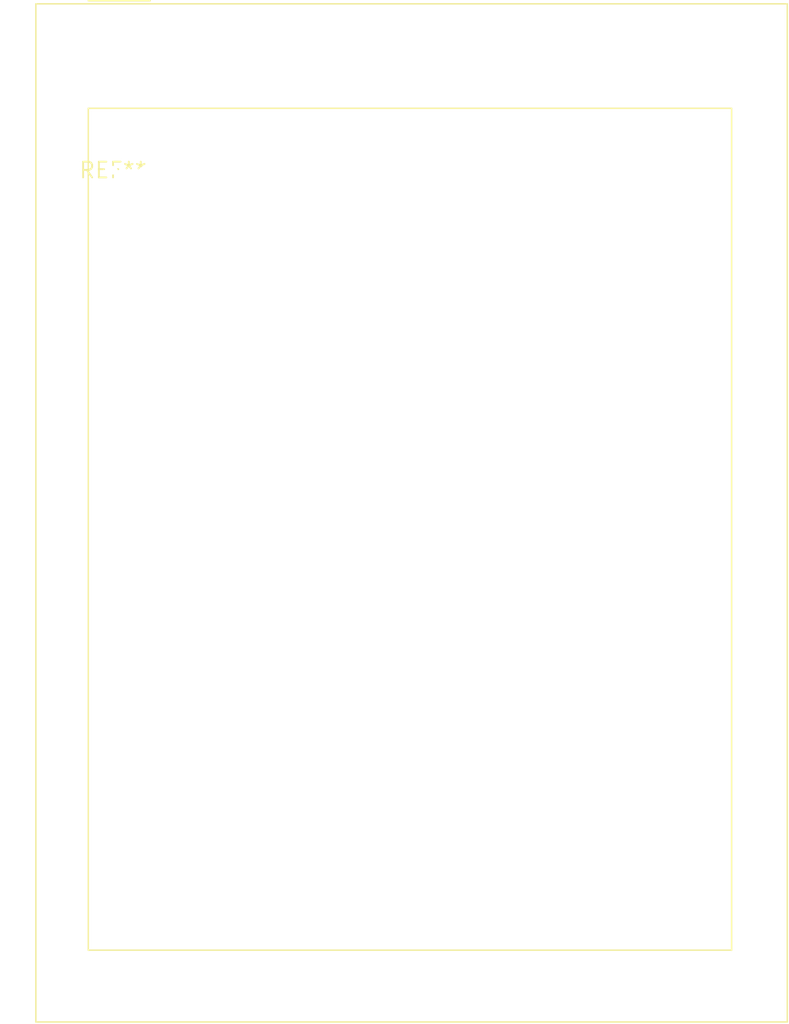
<source format=kicad_pcb>
(kicad_pcb (version 20240108) (generator pcbnew)
  (layers (0 "F.Cu" signal) (31 "B.Cu" signal) (34 "B.Paste" user) (35 "F.Paste" user) (36 "B.SilkS" user "B.Silkscreen") (37 "F.SilkS" user "F.Silkscreen") (38 "B.Mask" user) (39 "F.Mask" user) (44 "Edge.Cuts" user))
  (net 0 "")
  (footprint "EA_eDIPTFT32-XXX" (layer "F.Cu") (at 0 0)
    (property "Reference" "REF**")
    (property "Value" "EA_eDIPTFT32-XXX")
    (fp_line (start -6.24 -13.44) (end -6.24 68.8) (layer "F.SilkS") (stroke (width 0.12)))
    (fp_line (start -6.24 68.8) (end 54.5 68.8) (layer "F.SilkS") (stroke (width 0.12)))
    (fp_line (start -2 -5) (end -2 63) (layer "F.SilkS") (stroke (width 0.12)))
    (fp_line (start -2 63) (end 50 63) (layer "F.SilkS") (stroke (width 0.12)))
    (fp_line (start 3 -13.69) (end -2 -13.69) (layer "F.SilkS") (stroke (width 0.12)))
    (fp_line (start 50 -5) (end -2 -5) (layer "F.SilkS") (stroke (width 0.12)))
    (fp_line (start 50 63) (end 50 -5) (layer "F.SilkS") (stroke (width 0.12)))
    (fp_line (start 54.5 -13.44) (end -6.24 -13.44) (layer "F.SilkS") (stroke (width 0.12)))
    (fp_line (start 54.5 68.8) (end 54.5 -13.44) (layer "F.SilkS") (stroke (width 0.12)))
    (pad "1" thru_hole rect (at 0 0) (size 1.524 1.524) (drill 0.7) (layers *.Cu *.Mask) (remove_unused_layers))
    (pad "2" thru_hole circle (at 2.54 0 90) (size 1.524 1.524) (drill 0.7) (layers *.Cu *.Mask) (remove_unused_layers))
    (pad "3" thru_hole circle (at 5.08 0 90) (size 1.524 1.524) (drill 0.7) (layers *.Cu *.Mask) (remove_unused_layers))
    (pad "4" thru_hole circle (at 7.62 0 90) (size 1.524 1.524) (drill 0.7) (layers *.Cu *.Mask) (remove_unused_layers))
    (pad "5" thru_hole circle (at 10.16 0 90) (size 1.524 1.524) (drill 0.7) (layers *.Cu *.Mask) (remove_unused_layers))
    (pad "6" thru_hole circle (at 12.7 0 90) (size 1.524 1.524) (drill 0.7) (layers *.Cu *.Mask) (remove_unused_layers))
    (pad "7" thru_hole circle (at 15.24 0 90) (size 1.524 1.524) (drill 0.7) (layers *.Cu *.Mask) (remove_unused_layers))
    (pad "8" thru_hole circle (at 17.78 0 90) (size 1.524 1.524) (drill 0.7) (layers *.Cu *.Mask) (remove_unused_layers))
    (pad "9" thru_hole circle (at 20.32 0 90) (size 1.524 1.524) (drill 0.7) (layers *.Cu *.Mask) (remove_unused_layers))
    (pad "10" thru_hole circle (at 22.86 0 90) (size 1.524 1.524) (drill 0.7) (layers *.Cu *.Mask) (remove_unused_layers))
    (pad "11" thru_hole circle (at 25.4 0 90) (size 1.524 1.524) (drill 0.7) (layers *.Cu *.Mask) (remove_unused_layers))
    (pad "12" thru_hole circle (at 27.94 0 90) (size 1.524 1.524) (drill 0.7) (layers *.Cu *.Mask) (remove_unused_layers))
    (pad "13" thru_hole circle (at 30.48 0 90) (size 1.524 1.524) (drill 0.7) (layers *.Cu *.Mask) (remove_unused_layers))
    (pad "14" thru_hole circle (at 33.02 0 90) (size 1.524 1.524) (drill 0.7) (layers *.Cu *.Mask) (remove_unused_layers))
    (pad "15" thru_hole circle (at 35.56 0 90) (size 1.524 1.524) (drill 0.7) (layers *.Cu *.Mask) (remove_unused_layers))
    (pad "16" thru_hole circle (at 38.1 0 90) (size 1.524 1.524) (drill 0.7) (layers *.Cu *.Mask) (remove_unused_layers))
    (pad "17" thru_hole circle (at 40.64 0 90) (size 1.524 1.524) (drill 0.7) (layers *.Cu *.Mask) (remove_unused_layers))
    (pad "18" thru_hole circle (at 43.18 0 90) (size 1.524 1.524) (drill 0.7) (layers *.Cu *.Mask) (remove_unused_layers))
    (pad "19" thru_hole circle (at 45.72 0 90) (size 1.524 1.524) (drill 0.7) (layers *.Cu *.Mask) (remove_unused_layers))
    (pad "20" thru_hole circle (at 48.26 0 90) (size 1.524 1.524) (drill 0.7) (layers *.Cu *.Mask) (remove_unused_layers))
    (pad "21" thru_hole circle (at 48.26 60.96 90) (size 1.524 1.524) (drill 0.7) (layers *.Cu *.Mask) (remove_unused_layers))
    (pad "22" thru_hole circle (at 45.72 60.96 90) (size 1.524 1.524) (drill 0.7) (layers *.Cu *.Mask) (remove_unused_layers))
    (pad "23" thru_hole circle (at 43.18 60.96 90) (size 1.524 1.524) (drill 0.7) (layers *.Cu *.Mask) (remove_unused_layers))
    (pad "24" thru_hole circle (at 40.64 60.96 90) (size 1.524 1.524) (drill 0.7) (layers *.Cu *.Mask) (remove_unused_layers))
    (pad "25" thru_hole circle (at 38.1 60.96 90) (size 1.524 1.524) (drill 0.7) (layers *.Cu *.Mask) (remove_unused_layers))
    (pad "26" thru_hole circle (at 35.56 60.96 90) (size 1.524 1.524) (drill 0.7) (layers *.Cu *.Mask) (remove_unused_layers))
    (pad "27" thru_hole circle (at 33.02 60.96 90) (size 1.524 1.524) (drill 0.7) (layers *.Cu *.Mask) (remove_unused_layers))
    (pad "28" thru_hole circle (at 30.48 60.96 90) (size 1.524 1.524) (drill 0.7) (layers *.Cu *.Mask) (remove_unused_layers))
    (pad "29" thru_hole circle (at 27.94 60.96 90) (size 1.524 1.524) (drill 0.7) (layers *.Cu *.Mask) (remove_unused_layers))
    (pad "30" thru_hole circle (at 25.4 60.96 90) (size 1.524 1.524) (drill 0.7) (layers *.Cu *.Mask) (remove_unused_layers))
    (pad "31" thru_hole circle (at 22.86 60.96 90) (size 1.524 1.524) (drill 0.7) (layers *.Cu *.Mask) (remove_unused_layers))
    (pad "32" thru_hole circle (at 20.32 60.96 90) (size 1.524 1.524) (drill 0.7) (layers *.Cu *.Mask) (remove_unused_layers))
    (pad "33" thru_hole circle (at 17.78 60.96 90) (size 1.524 1.524) (drill 0.7) (layers *.Cu *.Mask) (remove_unused_layers))
    (pad "34" thru_hole circle (at 15.24 60.96 90) (size 1.524 1.524) (drill 0.7) (layers *.Cu *.Mask) (remove_unused_layers))
    (pad "35" thru_hole circle (at 12.7 60.96 90) (size 1.524 1.524) (drill 0.7) (layers *.Cu *.Mask) (remove_unused_layers))
    (pad "36" thru_hole circle (at 10.16 60.96 90) (size 1.524 1.524) (drill 0.7) (layers *.Cu *.Mask) (remove_unused_layers))
    (pad "37" thru_hole circle (at 7.62 60.96 90) (size 1.524 1.524) (drill 0.7) (layers *.Cu *.Mask) (remove_unused_layers))
    (pad "38" thru_hole circle (at 5.08 60.96 90) (size 1.524 1.524) (drill 0.7) (layers *.Cu *.Mask) (remove_unused_layers))
    (pad "39" thru_hole circle (at 2.54 60.96 90) (size 1.524 1.524) (drill 0.7) (layers *.Cu *.Mask) (remove_unused_layers))
    (pad "40" thru_hole circle (at 0 60.96 90) (size 1.524 1.524) (drill 0.7) (layers *.Cu *.Mask) (remove_unused_layers))
  )
)
</source>
